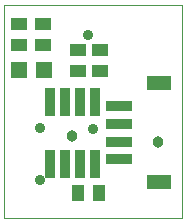
<source format=gbs>
G75*
G70*
%OFA0B0*%
%FSLAX24Y24*%
%IPPOS*%
%LPD*%
%AMOC8*
5,1,8,0,0,1.08239X$1,22.5*
%
%ADD10C,0.0000*%
%ADD11R,0.0867X0.0356*%
%ADD12R,0.0828X0.0513*%
%ADD13R,0.0320X0.0950*%
%ADD14R,0.0552X0.0395*%
%ADD15R,0.0395X0.0552*%
%ADD16R,0.0552X0.0552*%
%ADD17C,0.0350*%
%ADD18C,0.0380*%
D10*
X006148Y000333D02*
X006148Y007419D01*
X012054Y007419D01*
X012054Y000333D01*
X006148Y000333D01*
D11*
X009967Y002281D03*
X009967Y002872D03*
X009967Y003463D03*
X009967Y004053D03*
D12*
X011286Y004821D03*
X011286Y001514D03*
D13*
X009162Y002137D03*
X008662Y002137D03*
X008162Y002137D03*
X007662Y002137D03*
X007662Y004197D03*
X008162Y004197D03*
X008662Y004197D03*
X009162Y004197D03*
D14*
X009337Y005214D03*
X008589Y005214D03*
X008589Y005923D03*
X009337Y005923D03*
X007447Y006081D03*
X006620Y006081D03*
X006620Y006789D03*
X007447Y006789D03*
D15*
X008589Y001159D03*
X009298Y001159D03*
D16*
X007467Y005254D03*
X006640Y005254D03*
D17*
X008943Y006435D03*
X009101Y003285D03*
X007329Y003325D03*
X007329Y001592D03*
D18*
X008392Y003049D03*
X011266Y002872D03*
M02*

</source>
